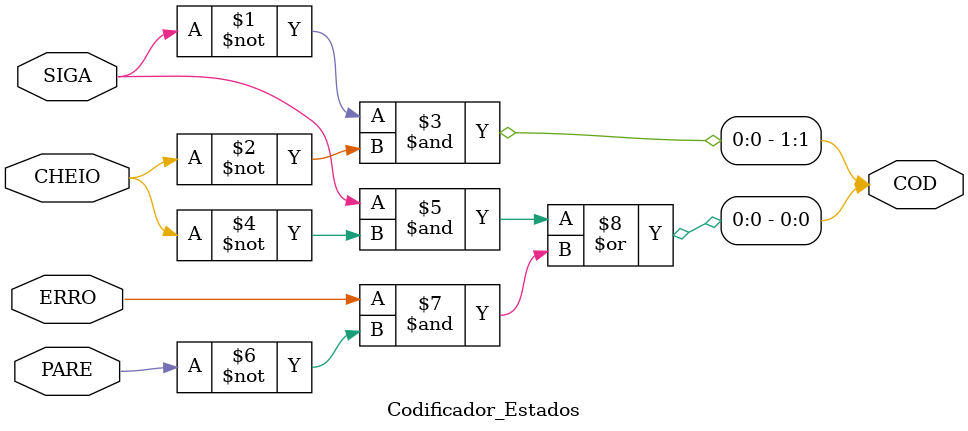
<source format=v>
/*Codificando os estados da máquina principal em um sinal de 2 bits*/
module Codificador_Estados(COD, ERRO, PARE, SIGA, CHEIO);

	input ERRO, PARE, SIGA, CHEIO;
	output [1:0] COD;// saídas codificadas
	
	assign COD[1]= (~SIGA) & (~CHEIO);
	assign COD[0] = ((SIGA)&(~CHEIO))|((ERRO)&(~PARE));
	

endmodule
</source>
